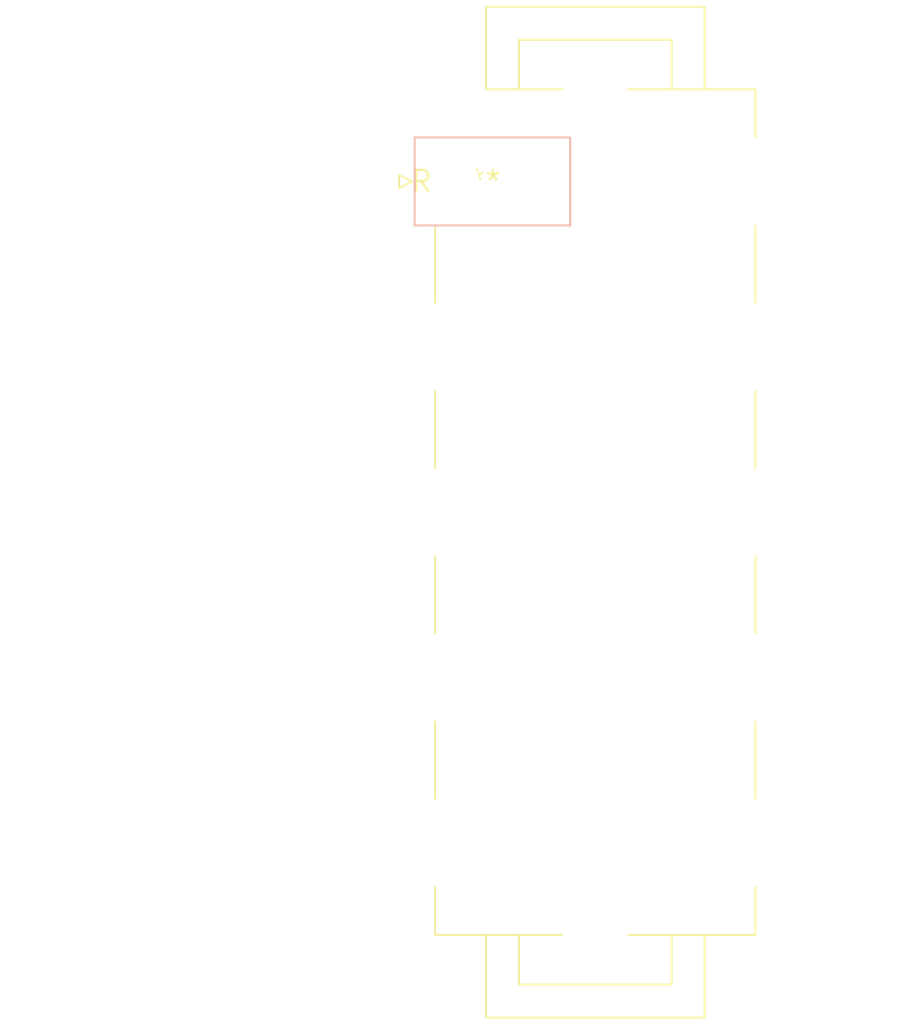
<source format=kicad_pcb>
(kicad_pcb (version 20240108) (generator pcbnew)
  (layers (0 "F.Cu" signal) (31 "B.Cu" signal) (34 "B.Paste" user) (35 "F.Paste" user) (36 "B.SilkS" user "B.Silkscreen") (37 "F.SilkS" user "F.Silkscreen") (38 "B.Mask" user) (39 "F.Mask" user) (44 "Edge.Cuts" user))
  (net 0 "")
  (footprint "Molex_Mini-Fit_Sr_43915-xx10_2x05_P10.00mm_Vertical" (layer "F.Cu") (at 0 0)
    (property "Reference" "REF**")
    (property "Value" "Molex_Mini-Fit_Sr_43915-xx10_2x05_P10.00mm_Vertical")
    (fp_line (start -2.51 -2.66) (end -2.51 2.66) (layer "B.SilkS") (stroke (width 0.12)))
    (fp_line (start -2.51 2.66) (end 6.91 2.66) (layer "B.SilkS") (stroke (width 0.12)))
    (fp_line (start 6.91 -2.66) (end -2.51 -2.66) (layer "B.SilkS") (stroke (width 0.12)))
    (fp_line (start 6.91 2.66) (end 6.91 -2.66) (layer "B.SilkS") (stroke (width 0.12)))
    (fp_line (start -3.45 -0.4) (end -3.45 0.4) (layer "F.SilkS") (stroke (width 0.12)))
    (fp_line (start -3.45 0.4) (end -2.65 0) (layer "F.SilkS") (stroke (width 0.12)))
    (fp_line (start -2.65 0) (end -3.45 -0.4) (layer "F.SilkS") (stroke (width 0.12)))
    (fp_line (start -1.27 2.66) (end -1.27 7.34) (layer "F.SilkS") (stroke (width 0.12)))
    (fp_line (start -1.27 12.66) (end -1.27 17.34) (layer "F.SilkS") (stroke (width 0.12)))
    (fp_line (start -1.27 22.66) (end -1.27 27.34) (layer "F.SilkS") (stroke (width 0.12)))
    (fp_line (start -1.27 32.66) (end -1.27 37.34) (layer "F.SilkS") (stroke (width 0.12)))
    (fp_line (start -1.27 42.66) (end -1.27 45.57) (layer "F.SilkS") (stroke (width 0.12)))
    (fp_line (start -1.27 45.57) (end 6.43 45.57) (layer "F.SilkS") (stroke (width 0.12)))
    (fp_line (start 1.81 -10.57) (end 15.05 -10.57) (layer "F.SilkS") (stroke (width 0.12)))
    (fp_line (start 1.81 -5.57) (end 1.81 -10.57) (layer "F.SilkS") (stroke (width 0.12)))
    (fp_line (start 1.81 45.57) (end 1.81 50.57) (layer "F.SilkS") (stroke (width 0.12)))
    (fp_line (start 1.81 50.57) (end 15.05 50.57) (layer "F.SilkS") (stroke (width 0.12)))
    (fp_line (start 3.81 -8.57) (end 13.05 -8.57) (layer "F.SilkS") (stroke (width 0.12)))
    (fp_line (start 3.81 -5.57) (end 3.81 -8.57) (layer "F.SilkS") (stroke (width 0.12)))
    (fp_line (start 3.81 45.57) (end 3.81 48.57) (layer "F.SilkS") (stroke (width 0.12)))
    (fp_line (start 3.81 48.57) (end 13.05 48.57) (layer "F.SilkS") (stroke (width 0.12)))
    (fp_line (start 6.43 -5.57) (end 1.81 -5.57) (layer "F.SilkS") (stroke (width 0.12)))
    (fp_line (start 13.05 -8.57) (end 13.05 -5.57) (layer "F.SilkS") (stroke (width 0.12)))
    (fp_line (start 13.05 48.57) (end 13.05 45.57) (layer "F.SilkS") (stroke (width 0.12)))
    (fp_line (start 15.05 -10.57) (end 15.05 -5.57) (layer "F.SilkS") (stroke (width 0.12)))
    (fp_line (start 15.05 50.57) (end 15.05 45.57) (layer "F.SilkS") (stroke (width 0.12)))
    (fp_line (start 18.13 -5.57) (end 10.43 -5.57) (layer "F.SilkS") (stroke (width 0.12)))
    (fp_line (start 18.13 -2.66) (end 18.13 -5.57) (layer "F.SilkS") (stroke (width 0.12)))
    (fp_line (start 18.13 2.66) (end 18.13 7.34) (layer "F.SilkS") (stroke (width 0.12)))
    (fp_line (start 18.13 12.66) (end 18.13 17.34) (layer "F.SilkS") (stroke (width 0.12)))
    (fp_line (start 18.13 22.66) (end 18.13 27.34) (layer "F.SilkS") (stroke (width 0.12)))
    (fp_line (start 18.13 32.66) (end 18.13 37.34) (layer "F.SilkS") (stroke (width 0.12)))
    (fp_line (start 18.13 42.66) (end 18.13 45.57) (layer "F.SilkS") (stroke (width 0.12)))
    (fp_line (start 18.13 45.57) (end 10.43 45.57) (layer "F.SilkS") (stroke (width 0.12)))
    (pad "" thru_hole circle (at 8.43 -5.705) (size 3.5 3.5) (drill 3) (layers *.Cu *.Mask) (remove_unused_layers))
    (pad "" np_thru_hole circle (at 8.43 5) (size 3 3) (drill 3) (layers *.Cu *.Mask))
    (pad "" thru_hole circle (at 8.43 45.705) (size 3.5 3.5) (drill 3) (layers *.Cu *.Mask) (remove_unused_layers))
    (pad "1" thru_hole rect (at 0 0) (size 4.5 4.8) (drill 2.8) (layers *.Cu *.Mask) (remove_unused_layers))
    (pad "1" thru_hole rect (at 4.4 0) (size 4.5 4.8) (drill 2.8) (layers *.Cu *.Mask) (remove_unused_layers))
    (pad "2" thru_hole rect (at 0 10) (size 4.5 4.8) (drill 2.8) (layers *.Cu *.Mask) (remove_unused_layers))
    (pad "2" thru_hole rect (at 4.4 10) (size 4.5 4.8) (drill 2.8) (layers *.Cu *.Mask) (remove_unused_layers))
    (pad "3" thru_hole rect (at 0 20) (size 4.5 4.8) (drill 2.8) (layers *.Cu *.Mask) (remove_unused_layers))
    (pad "3" thru_hole rect (at 4.4 20) (size 4.5 4.8) (drill 2.8) (layers *.Cu *.Mask) (remove_unused_layers))
    (pad "4" thru_hole rect (at 0 30) (size 4.5 4.8) (drill 2.8) (layers *.Cu *.Mask) (remove_unused_layers))
    (pad "4" thru_hole rect (at 4.4 30) (size 4.5 4.8) (drill 2.8) (layers *.Cu *.Mask) (remove_unused_layers))
    (pad "5" thru_hole rect (at 0 40) (size 4.5 4.8) (drill 2.8) (layers *.Cu *.Mask) (remove_unused_layers))
    (pad "5" thru_hole rect (at 4.4 40) (size 4.5 4.8) (drill 2.8) (layers *.Cu *.Mask) (remove_unused_layers))
    (pad "6" thru_hole rect (at 12.46 0) (size 4.5 4.8) (drill 2.8) (layers *.Cu *.Mask) (remove_unused_layers))
    (pad "6" thru_hole rect (at 16.86 0) (size 4.5 4.8) (drill 2.8) (layers *.Cu *.Mask) (remove_unused_layers))
    (pad "7" thru_hole rect (at 12.46 10) (size 4.5 4.8) (drill 2.8) (layers *.Cu *.Mask) (remove_unused_layers))
    (pad "7" thru_hole rect (at 16.86 10) (size 4.5 4.8) (drill 2.8) (layers *.Cu *.Mask) (remove_unused_layers))
    (pad "8" thru_hole rect (at 12.46 20) (size 4.5 4.8) (drill 2.8) (layers *.Cu *.Mask) (remove_unused_layers))
    (pad "8" thru_hole rect (at 16.86 20) (size 4.5 4.8) (drill 2.8) (layers *.Cu *.Mask) (remove_unused_layers))
    (pad "9" thru_hole rect (at 12.46 30) (size 4.5 4.8) (drill 2.8) (layers *.Cu *.Mask) (remove_unused_layers))
    (pad "9" thru_hole rect (at 16.86 30) (size 4.5 4.8) (drill 2.8) (layers *.Cu *.Mask) (remove_unused_layers))
    (pad "10" thru_hole rect (at 12.46 40) (size 4.5 4.8) (drill 2.8) (layers *.Cu *.Mask) (remove_unused_layers))
    (pad "10" thru_hole rect (at 16.86 40) (size 4.5 4.8) (drill 2.8) (layers *.Cu *.Mask) (remove_unused_layers))
  )
)
</source>
